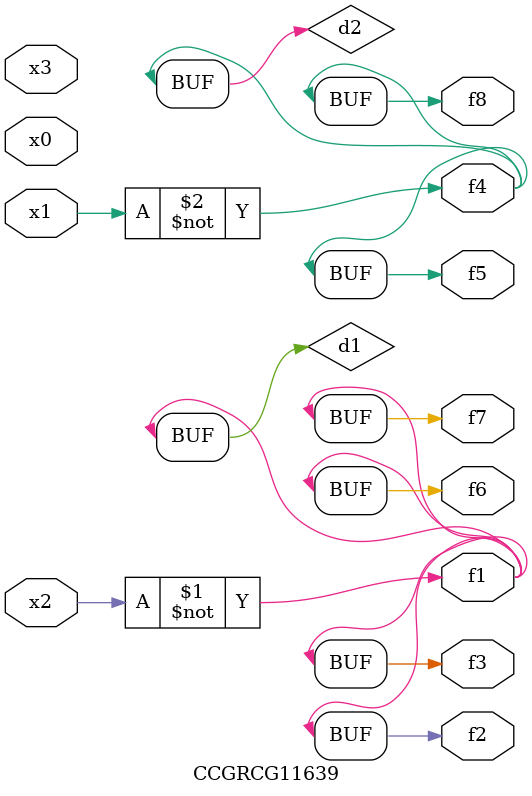
<source format=v>
module CCGRCG11639(
	input x0, x1, x2, x3,
	output f1, f2, f3, f4, f5, f6, f7, f8
);

	wire d1, d2;

	xnor (d1, x2);
	not (d2, x1);
	assign f1 = d1;
	assign f2 = d1;
	assign f3 = d1;
	assign f4 = d2;
	assign f5 = d2;
	assign f6 = d1;
	assign f7 = d1;
	assign f8 = d2;
endmodule

</source>
